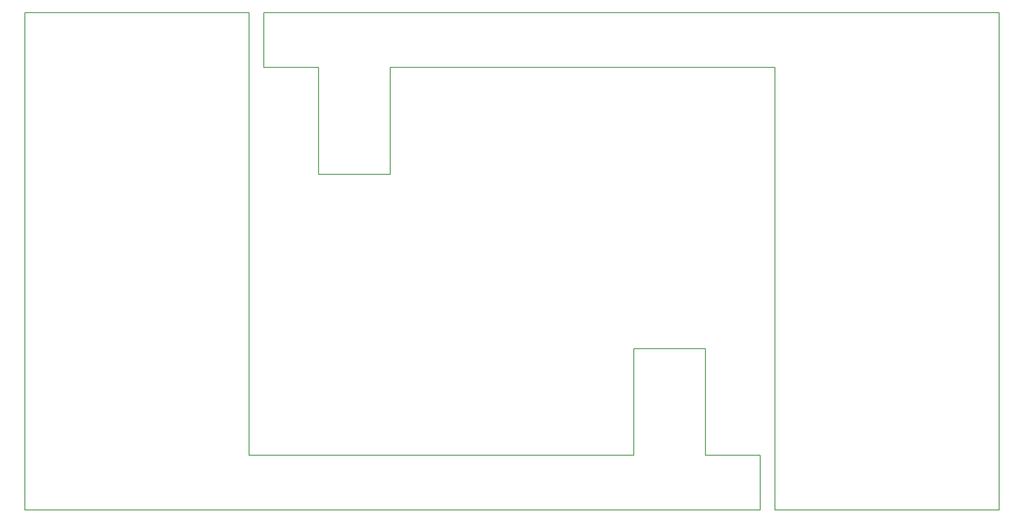
<source format=gm1>
G04 #@! TF.FileFunction,Profile,NP*
%FSLAX46Y46*%
G04 Gerber Fmt 4.6, Leading zero omitted, Abs format (unit mm)*
G04 Created by KiCad (PCBNEW 4.0.5+dfsg1-4) date Tue Feb 27 09:26:50 2018*
%MOMM*%
%LPD*%
G01*
G04 APERTURE LIST*
%ADD10C,0.150000*%
%ADD11C,0.200000*%
G04 APERTURE END LIST*
D10*
D11*
X133334400Y-126667800D02*
X-14405600Y-126667800D01*
X-14405600Y-126667800D02*
X-14405600Y-26667800D01*
X-14405600Y-26667800D02*
X30594400Y-26667800D01*
X133334400Y-126667800D02*
X133334400Y-115667800D01*
X133334400Y-115667800D02*
X122334400Y-115667800D01*
X122334400Y-115667800D02*
X122334400Y-94203800D01*
X122334400Y-94203800D02*
X107930400Y-94203800D01*
X107930400Y-115667800D02*
X30594400Y-115667800D01*
X107930400Y-94203800D02*
X107930400Y-115667800D01*
X30594400Y-115667800D02*
X30594400Y-26667800D01*
X136336000Y-37670000D02*
X136336000Y-126670000D01*
X59000000Y-59134000D02*
X59000000Y-37670000D01*
X59000000Y-37670000D02*
X136336000Y-37670000D01*
X44596000Y-59134000D02*
X59000000Y-59134000D01*
X44596000Y-37670000D02*
X44596000Y-59134000D01*
X33596000Y-37670000D02*
X44596000Y-37670000D01*
X33596000Y-26670000D02*
X33596000Y-37670000D01*
X181336000Y-126670000D02*
X136336000Y-126670000D01*
X181336000Y-26670000D02*
X181336000Y-126670000D01*
X33596000Y-26670000D02*
X181336000Y-26670000D01*
M02*

</source>
